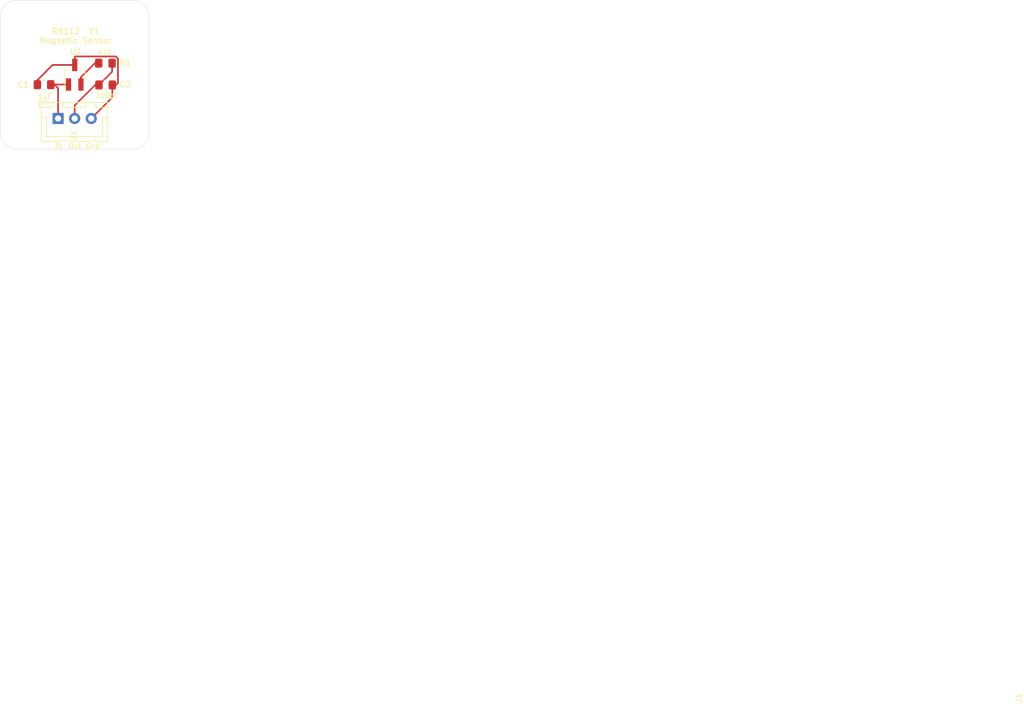
<source format=kicad_pcb>
(kicad_pcb (version 20171130) (host pcbnew "(5.1.5)-3")

  (general
    (thickness 1.6)
    (drawings 15)
    (tracks 27)
    (zones 0)
    (modules 10)
    (nets 5)
  )

  (page A4)
  (layers
    (0 F.Cu signal)
    (31 B.Cu signal)
    (32 B.Adhes user)
    (33 F.Adhes user)
    (34 B.Paste user)
    (35 F.Paste user)
    (36 B.SilkS user)
    (37 F.SilkS user)
    (38 B.Mask user)
    (39 F.Mask user)
    (40 Dwgs.User user hide)
    (41 Cmts.User user)
    (42 Eco1.User user)
    (43 Eco2.User user)
    (44 Edge.Cuts user)
    (45 Margin user)
    (46 B.CrtYd user)
    (47 F.CrtYd user)
    (48 B.Fab user)
    (49 F.Fab user hide)
  )

  (setup
    (last_trace_width 0.25)
    (trace_clearance 0.2)
    (zone_clearance 0.508)
    (zone_45_only no)
    (trace_min 0.2)
    (via_size 0.8)
    (via_drill 0.4)
    (via_min_size 0.4)
    (via_min_drill 0.3)
    (uvia_size 0.3)
    (uvia_drill 0.1)
    (uvias_allowed no)
    (uvia_min_size 0.2)
    (uvia_min_drill 0.1)
    (edge_width 0.05)
    (segment_width 0.2)
    (pcb_text_width 0.3)
    (pcb_text_size 1.5 1.5)
    (mod_edge_width 0.12)
    (mod_text_size 1 1)
    (mod_text_width 0.15)
    (pad_size 1.524 1.524)
    (pad_drill 0.762)
    (pad_to_mask_clearance 0.051)
    (solder_mask_min_width 0.25)
    (aux_axis_origin 0 0)
    (visible_elements 7FFFFFFF)
    (pcbplotparams
      (layerselection 0x010fc_ffffffff)
      (usegerberextensions false)
      (usegerberattributes false)
      (usegerberadvancedattributes false)
      (creategerberjobfile false)
      (excludeedgelayer true)
      (linewidth 0.100000)
      (plotframeref false)
      (viasonmask false)
      (mode 1)
      (useauxorigin false)
      (hpglpennumber 1)
      (hpglpenspeed 20)
      (hpglpendiameter 15.000000)
      (psnegative false)
      (psa4output false)
      (plotreference true)
      (plotvalue true)
      (plotinvisibletext false)
      (padsonsilk false)
      (subtractmaskfromsilk false)
      (outputformat 1)
      (mirror false)
      (drillshape 0)
      (scaleselection 1)
      (outputdirectory "Gerbers/"))
  )

  (net 0 "")
  (net 1 +3V3)
  (net 2 GND)
  (net 3 AnalogOutput)
  (net 4 "Net-(R1-Pad2)")

  (net_class Default "This is the default net class."
    (clearance 0.2)
    (trace_width 0.25)
    (via_dia 0.8)
    (via_drill 0.4)
    (uvia_dia 0.3)
    (uvia_drill 0.1)
    (add_net +3V3)
    (add_net AnalogOutput)
    (add_net GND)
    (add_net "Net-(R1-Pad2)")
  )

  (module "Useful Modifications:JST_XH_B3B-XH-A_1x03_P2.54mm_Vertical" (layer F.Cu) (tedit 60F4B235) (tstamp 6174DBFA)
    (at 146.0373 104.4956)
    (descr "JST XH series connector, B3B-XH-A (http://www.jst-mfg.com/product/pdf/eng/eXH.pdf), generated with kicad-footprint-generator")
    (tags "connector JST XH vertical")
    (path /617804DA)
    (fp_text reference J1 (at 2.3876 2.5527 270) (layer F.SilkS)
      (effects (font (size 0.889 0.889) (thickness 0.1397)))
    )
    (fp_text value Conn_01x03_Female (at 0 7.41) (layer F.Fab)
      (effects (font (size 1 1) (thickness 0.15)))
    )
    (fp_text user %R (at 0 2.54 90) (layer F.Fab)
      (effects (font (size 1 1) (thickness 0.15)))
    )
    (fp_line (start -2.45 -2.35) (end -2.45 3.4) (layer F.Fab) (width 0.1))
    (fp_line (start -2.45 3.4) (end 7.45 3.4) (layer F.Fab) (width 0.1))
    (fp_line (start 7.45 3.4) (end 7.45 -2.35) (layer F.Fab) (width 0.1))
    (fp_line (start 7.45 -2.35) (end -2.45 -2.35) (layer F.Fab) (width 0.1))
    (fp_line (start -2.56 -2.46) (end -2.56 3.51) (layer F.SilkS) (width 0.12))
    (fp_line (start -2.56 3.51) (end 7.56 3.51) (layer F.SilkS) (width 0.12))
    (fp_line (start 7.56 3.51) (end 7.56 -2.46) (layer F.SilkS) (width 0.12))
    (fp_line (start 7.56 -2.46) (end -2.56 -2.46) (layer F.SilkS) (width 0.12))
    (fp_line (start -2.95 -2.85) (end -2.95 3.9) (layer F.CrtYd) (width 0.05))
    (fp_line (start -2.95 3.9) (end 7.95 3.9) (layer F.CrtYd) (width 0.05))
    (fp_line (start 7.95 3.9) (end 7.95 -2.85) (layer F.CrtYd) (width 0.05))
    (fp_line (start 7.95 -2.85) (end -2.95 -2.85) (layer F.CrtYd) (width 0.05))
    (fp_line (start -0.625 -2.35) (end 0 -1.35) (layer F.Fab) (width 0.1))
    (fp_line (start 0 -1.35) (end 0.625 -2.35) (layer F.Fab) (width 0.1))
    (fp_line (start 0.75 -2.45) (end 0.75 -1.7) (layer F.SilkS) (width 0.12))
    (fp_line (start 0.75 -1.7) (end 4.25 -1.7) (layer F.SilkS) (width 0.12))
    (fp_line (start 4.25 -1.7) (end 4.25 -2.45) (layer F.SilkS) (width 0.12))
    (fp_line (start 4.25 -2.45) (end 0.75 -2.45) (layer F.SilkS) (width 0.12))
    (fp_line (start -2.55 -2.45) (end -2.55 -1.7) (layer F.SilkS) (width 0.12))
    (fp_line (start -2.55 -1.7) (end -0.75 -1.7) (layer F.SilkS) (width 0.12))
    (fp_line (start -0.75 -1.7) (end -0.75 -2.45) (layer F.SilkS) (width 0.12))
    (fp_line (start -0.75 -2.45) (end -2.55 -2.45) (layer F.SilkS) (width 0.12))
    (fp_line (start 5.75 -2.45) (end 5.75 -1.7) (layer F.SilkS) (width 0.12))
    (fp_line (start 5.75 -1.7) (end 7.55 -1.7) (layer F.SilkS) (width 0.12))
    (fp_line (start 7.55 -1.7) (end 7.55 -2.45) (layer F.SilkS) (width 0.12))
    (fp_line (start 7.55 -2.45) (end 5.75 -2.45) (layer F.SilkS) (width 0.12))
    (fp_line (start -2.55 -0.2) (end -1.8 -0.2) (layer F.SilkS) (width 0.12))
    (fp_line (start -1.8 -0.2) (end -1.8 2.75) (layer F.SilkS) (width 0.12))
    (fp_line (start -1.8 2.75) (end 2.5 2.75) (layer F.SilkS) (width 0.12))
    (fp_line (start 7.55 -0.2) (end 6.8 -0.2) (layer F.SilkS) (width 0.12))
    (fp_line (start 6.8 -0.2) (end 6.8 2.75) (layer F.SilkS) (width 0.12))
    (fp_line (start 6.8 2.75) (end 2.5 2.75) (layer F.SilkS) (width 0.12))
    (fp_line (start -1.6 -2.75) (end -2.85 -2.75) (layer F.SilkS) (width 0.12))
    (fp_line (start -2.85 -2.75) (end -2.85 -1.5) (layer F.SilkS) (width 0.12))
    (pad 3 thru_hole oval (at 5.08 0) (size 1.7 1.7) (drill 0.95) (layers *.Cu *.Mask)
      (net 2 GND))
    (pad 2 thru_hole oval (at 2.54 0) (size 1.7 1.7) (drill 0.95) (layers *.Cu *.Mask)
      (net 3 AnalogOutput))
    (pad 1 thru_hole rect (at 0 0) (size 1.7 1.7) (drill 0.95) (layers *.Cu *.Mask)
      (net 1 +3V3))
    (model ${KISYS3DMOD}/Connector_JST.3dshapes/JST_XH_B3B-XH-A_1x03_P2.50mm_Vertical.wrl
      (at (xyz 0 0 0))
      (scale (xyz 1 1 1))
      (rotate (xyz 0 0 0))
    )
  )

  (module MountingHole:MountingHole_2.5mm (layer F.Cu) (tedit 56D1B4CB) (tstamp 6174E419)
    (at 140.208 89.408)
    (descr "Mounting Hole 2.5mm, no annular")
    (tags "mounting hole 2.5mm no annular")
    (attr virtual)
    (fp_text reference REF** (at 0 -3.5) (layer F.CrtYd) hide
      (effects (font (size 1 1) (thickness 0.15)))
    )
    (fp_text value MountingHole_2.5mm (at 0 3.5) (layer F.Fab)
      (effects (font (size 1 1) (thickness 0.15)))
    )
    (fp_circle (center 0 0) (end 2.75 0) (layer F.CrtYd) (width 0.05))
    (fp_circle (center 0 0) (end 2.5 0) (layer Cmts.User) (width 0.15))
    (fp_text user %R (at 0.3 0) (layer F.Fab)
      (effects (font (size 1 1) (thickness 0.15)))
    )
    (pad 1 np_thru_hole circle (at 0 0) (size 2.5 2.5) (drill 2.5) (layers *.Cu *.Mask))
  )

  (module MountingHole:MountingHole_2.5mm (layer F.Cu) (tedit 56D1B4CB) (tstamp 6174E3FC)
    (at 140.208 106.172)
    (descr "Mounting Hole 2.5mm, no annular")
    (tags "mounting hole 2.5mm no annular")
    (attr virtual)
    (fp_text reference REF** (at 0 -3.5) (layer F.CrtYd) hide
      (effects (font (size 1 1) (thickness 0.15)))
    )
    (fp_text value MountingHole_2.5mm (at 0 3.5) (layer F.Fab)
      (effects (font (size 1 1) (thickness 0.15)))
    )
    (fp_circle (center 0 0) (end 2.75 0) (layer F.CrtYd) (width 0.05))
    (fp_circle (center 0 0) (end 2.5 0) (layer Cmts.User) (width 0.15))
    (fp_text user %R (at 0.3 0) (layer F.Fab)
      (effects (font (size 1 1) (thickness 0.15)))
    )
    (pad 1 np_thru_hole circle (at 0 0) (size 2.5 2.5) (drill 2.5) (layers *.Cu *.Mask))
  )

  (module MountingHole:MountingHole_2.5mm (layer F.Cu) (tedit 56D1B4CB) (tstamp 6174E3DF)
    (at 156.972 106.172)
    (descr "Mounting Hole 2.5mm, no annular")
    (tags "mounting hole 2.5mm no annular")
    (attr virtual)
    (fp_text reference REF** (at 0 -3.5) (layer F.CrtYd) hide
      (effects (font (size 1 1) (thickness 0.15)))
    )
    (fp_text value MountingHole_2.5mm (at 0 3.5) (layer F.Fab)
      (effects (font (size 1 1) (thickness 0.15)))
    )
    (fp_circle (center 0 0) (end 2.75 0) (layer F.CrtYd) (width 0.05))
    (fp_circle (center 0 0) (end 2.5 0) (layer Cmts.User) (width 0.15))
    (fp_text user %R (at 0.3 0) (layer F.Fab)
      (effects (font (size 1 1) (thickness 0.15)))
    )
    (pad 1 np_thru_hole circle (at 0 0) (size 2.5 2.5) (drill 2.5) (layers *.Cu *.Mask))
  )

  (module MountingHole:MountingHole_2.5mm (layer F.Cu) (tedit 56D1B4CB) (tstamp 6174E3C2)
    (at 156.972 89.408)
    (descr "Mounting Hole 2.5mm, no annular")
    (tags "mounting hole 2.5mm no annular")
    (attr virtual)
    (fp_text reference REF** (at 0 -3.5) (layer F.CrtYd) hide
      (effects (font (size 1 1) (thickness 0.15)))
    )
    (fp_text value MountingHole_2.5mm (at 0 3.5) (layer F.Fab)
      (effects (font (size 1 1) (thickness 0.15)))
    )
    (fp_circle (center 0 0) (end 2.75 0) (layer F.CrtYd) (width 0.05))
    (fp_circle (center 0 0) (end 2.5 0) (layer Cmts.User) (width 0.15))
    (fp_text user %R (at 0.3 0) (layer F.Fab)
      (effects (font (size 1 1) (thickness 0.15)))
    )
    (pad 1 np_thru_hole circle (at 0 0) (size 2.5 2.5) (drill 2.5) (layers *.Cu *.Mask))
  )

  (module "" (layer F.Cu) (tedit 0) (tstamp 0)
    (at 148.844 99.1108)
    (fp_text reference "" (at 144.3228 94.234) (layer F.SilkS)
      (effects (font (size 1.27 1.27) (thickness 0.15)))
    )
    (fp_text value "" (at 144.3228 94.234) (layer F.SilkS)
      (effects (font (size 1.27 1.27) (thickness 0.15)))
    )
    (fp_text user J1 (at 144.4879 94.2213 90) (layer F.SilkS)
      (effects (font (size 0.889 0.889) (thickness 0.1397)))
    )
  )

  (module Capacitor_SMD:C_0805_2012Metric_Pad1.15x1.40mm_HandSolder (layer F.Cu) (tedit 5B36C52B) (tstamp 6174DBD2)
    (at 143.891 99.314 180)
    (descr "Capacitor SMD 0805 (2012 Metric), square (rectangular) end terminal, IPC_7351 nominal with elongated pad for handsoldering. (Body size source: https://docs.google.com/spreadsheets/d/1BsfQQcO9C6DZCsRaXUlFlo91Tg2WpOkGARC1WS5S8t0/edit?usp=sharing), generated with kicad-footprint-generator")
    (tags "capacitor handsolder")
    (path /61781ACB)
    (attr smd)
    (fp_text reference C1 (at 3.175 0) (layer F.SilkS)
      (effects (font (size 0.889 0.889) (thickness 0.1397)))
    )
    (fp_text value 1uF (at 0 1.65) (layer F.Fab)
      (effects (font (size 1 1) (thickness 0.15)))
    )
    (fp_line (start -1 0.6) (end -1 -0.6) (layer F.Fab) (width 0.1))
    (fp_line (start -1 -0.6) (end 1 -0.6) (layer F.Fab) (width 0.1))
    (fp_line (start 1 -0.6) (end 1 0.6) (layer F.Fab) (width 0.1))
    (fp_line (start 1 0.6) (end -1 0.6) (layer F.Fab) (width 0.1))
    (fp_line (start -0.261252 -0.71) (end 0.261252 -0.71) (layer F.SilkS) (width 0.12))
    (fp_line (start -0.261252 0.71) (end 0.261252 0.71) (layer F.SilkS) (width 0.12))
    (fp_line (start -1.85 0.95) (end -1.85 -0.95) (layer F.CrtYd) (width 0.05))
    (fp_line (start -1.85 -0.95) (end 1.85 -0.95) (layer F.CrtYd) (width 0.05))
    (fp_line (start 1.85 -0.95) (end 1.85 0.95) (layer F.CrtYd) (width 0.05))
    (fp_line (start 1.85 0.95) (end -1.85 0.95) (layer F.CrtYd) (width 0.05))
    (fp_text user %R (at 0 0) (layer F.Fab)
      (effects (font (size 0.5 0.5) (thickness 0.08)))
    )
    (pad 1 smd roundrect (at -1.025 0 180) (size 1.15 1.4) (layers F.Cu F.Paste F.Mask) (roundrect_rratio 0.217391)
      (net 1 +3V3))
    (pad 2 smd roundrect (at 1.025 0 180) (size 1.15 1.4) (layers F.Cu F.Paste F.Mask) (roundrect_rratio 0.217391)
      (net 2 GND))
    (model ${KISYS3DMOD}/Capacitor_SMD.3dshapes/C_0805_2012Metric.wrl
      (at (xyz 0 0 0))
      (scale (xyz 1 1 1))
      (rotate (xyz 0 0 0))
    )
  )

  (module Capacitor_SMD:C_0805_2012Metric_Pad1.15x1.40mm_HandSolder (layer F.Cu) (tedit 5B36C52B) (tstamp 6174DBE3)
    (at 153.3271 99.3521)
    (descr "Capacitor SMD 0805 (2012 Metric), square (rectangular) end terminal, IPC_7351 nominal with elongated pad for handsoldering. (Body size source: https://docs.google.com/spreadsheets/d/1BsfQQcO9C6DZCsRaXUlFlo91Tg2WpOkGARC1WS5S8t0/edit?usp=sharing), generated with kicad-footprint-generator")
    (tags "capacitor handsolder")
    (path /617822BA)
    (attr smd)
    (fp_text reference C2 (at 3.0099 -0.0381) (layer F.SilkS)
      (effects (font (size 0.889 0.889) (thickness 0.1397)))
    )
    (fp_text value 100pF (at 0 1.65) (layer F.Fab)
      (effects (font (size 1 1) (thickness 0.15)))
    )
    (fp_text user %R (at 0 0) (layer F.Fab)
      (effects (font (size 0.5 0.5) (thickness 0.08)))
    )
    (fp_line (start 1.85 0.95) (end -1.85 0.95) (layer F.CrtYd) (width 0.05))
    (fp_line (start 1.85 -0.95) (end 1.85 0.95) (layer F.CrtYd) (width 0.05))
    (fp_line (start -1.85 -0.95) (end 1.85 -0.95) (layer F.CrtYd) (width 0.05))
    (fp_line (start -1.85 0.95) (end -1.85 -0.95) (layer F.CrtYd) (width 0.05))
    (fp_line (start -0.261252 0.71) (end 0.261252 0.71) (layer F.SilkS) (width 0.12))
    (fp_line (start -0.261252 -0.71) (end 0.261252 -0.71) (layer F.SilkS) (width 0.12))
    (fp_line (start 1 0.6) (end -1 0.6) (layer F.Fab) (width 0.1))
    (fp_line (start 1 -0.6) (end 1 0.6) (layer F.Fab) (width 0.1))
    (fp_line (start -1 -0.6) (end 1 -0.6) (layer F.Fab) (width 0.1))
    (fp_line (start -1 0.6) (end -1 -0.6) (layer F.Fab) (width 0.1))
    (pad 2 smd roundrect (at 1.025 0) (size 1.15 1.4) (layers F.Cu F.Paste F.Mask) (roundrect_rratio 0.217391)
      (net 2 GND))
    (pad 1 smd roundrect (at -1.025 0) (size 1.15 1.4) (layers F.Cu F.Paste F.Mask) (roundrect_rratio 0.217391)
      (net 3 AnalogOutput))
    (model ${KISYS3DMOD}/Capacitor_SMD.3dshapes/C_0805_2012Metric.wrl
      (at (xyz 0 0 0))
      (scale (xyz 1 1 1))
      (rotate (xyz 0 0 0))
    )
  )

  (module Resistor_SMD:R_0805_2012Metric_Pad1.15x1.40mm_HandSolder (layer F.Cu) (tedit 5B36C52B) (tstamp 6174DC0B)
    (at 153.289 96.012 180)
    (descr "Resistor SMD 0805 (2012 Metric), square (rectangular) end terminal, IPC_7351 nominal with elongated pad for handsoldering. (Body size source: https://docs.google.com/spreadsheets/d/1BsfQQcO9C6DZCsRaXUlFlo91Tg2WpOkGARC1WS5S8t0/edit?usp=sharing), generated with kicad-footprint-generator")
    (tags "resistor handsolder")
    (path /61782D4C)
    (attr smd)
    (fp_text reference R1 (at -3.048 0 180) (layer F.SilkS)
      (effects (font (size 0.889 0.889) (thickness 0.1397)))
    )
    (fp_text value 47k (at 0 1.65) (layer F.Fab)
      (effects (font (size 1 1) (thickness 0.15)))
    )
    (fp_line (start -1 0.6) (end -1 -0.6) (layer F.Fab) (width 0.1))
    (fp_line (start -1 -0.6) (end 1 -0.6) (layer F.Fab) (width 0.1))
    (fp_line (start 1 -0.6) (end 1 0.6) (layer F.Fab) (width 0.1))
    (fp_line (start 1 0.6) (end -1 0.6) (layer F.Fab) (width 0.1))
    (fp_line (start -0.261252 -0.71) (end 0.261252 -0.71) (layer F.SilkS) (width 0.12))
    (fp_line (start -0.261252 0.71) (end 0.261252 0.71) (layer F.SilkS) (width 0.12))
    (fp_line (start -1.85 0.95) (end -1.85 -0.95) (layer F.CrtYd) (width 0.05))
    (fp_line (start -1.85 -0.95) (end 1.85 -0.95) (layer F.CrtYd) (width 0.05))
    (fp_line (start 1.85 -0.95) (end 1.85 0.95) (layer F.CrtYd) (width 0.05))
    (fp_line (start 1.85 0.95) (end -1.85 0.95) (layer F.CrtYd) (width 0.05))
    (fp_text user %R (at 0 0) (layer F.Fab)
      (effects (font (size 0.5 0.5) (thickness 0.08)))
    )
    (pad 1 smd roundrect (at -1.025 0 180) (size 1.15 1.4) (layers F.Cu F.Paste F.Mask) (roundrect_rratio 0.217391)
      (net 3 AnalogOutput))
    (pad 2 smd roundrect (at 1.025 0 180) (size 1.15 1.4) (layers F.Cu F.Paste F.Mask) (roundrect_rratio 0.217391)
      (net 4 "Net-(R1-Pad2)"))
    (model ${KISYS3DMOD}/Resistor_SMD.3dshapes/R_0805_2012Metric.wrl
      (at (xyz 0 0 0))
      (scale (xyz 1 1 1))
      (rotate (xyz 0 0 0))
    )
  )

  (module Package_TO_SOT_SMD:SOT-23_Handsoldering (layer F.Cu) (tedit 5A0AB76C) (tstamp 6174DC20)
    (at 148.59 97.79 90)
    (descr "SOT-23, Handsoldering")
    (tags SOT-23)
    (path /61780D7E)
    (attr smd)
    (fp_text reference U1 (at 3.540301 0.181499 180) (layer F.SilkS)
      (effects (font (size 0.889 0.889) (thickness 0.1397)))
    )
    (fp_text value RR112 (at 0 2.5 90) (layer F.Fab)
      (effects (font (size 1 1) (thickness 0.15)))
    )
    (fp_text user %R (at 0 0) (layer F.Fab)
      (effects (font (size 0.5 0.5) (thickness 0.075)))
    )
    (fp_line (start 0.76 1.58) (end 0.76 0.65) (layer F.SilkS) (width 0.12))
    (fp_line (start 0.76 -1.58) (end 0.76 -0.65) (layer F.SilkS) (width 0.12))
    (fp_line (start -2.7 -1.75) (end 2.7 -1.75) (layer F.CrtYd) (width 0.05))
    (fp_line (start 2.7 -1.75) (end 2.7 1.75) (layer F.CrtYd) (width 0.05))
    (fp_line (start 2.7 1.75) (end -2.7 1.75) (layer F.CrtYd) (width 0.05))
    (fp_line (start -2.7 1.75) (end -2.7 -1.75) (layer F.CrtYd) (width 0.05))
    (fp_line (start 0.76 -1.58) (end -2.4 -1.58) (layer F.SilkS) (width 0.12))
    (fp_line (start -0.7 -0.95) (end -0.7 1.5) (layer F.Fab) (width 0.1))
    (fp_line (start -0.15 -1.52) (end 0.7 -1.52) (layer F.Fab) (width 0.1))
    (fp_line (start -0.7 -0.95) (end -0.15 -1.52) (layer F.Fab) (width 0.1))
    (fp_line (start 0.7 -1.52) (end 0.7 1.52) (layer F.Fab) (width 0.1))
    (fp_line (start -0.7 1.52) (end 0.7 1.52) (layer F.Fab) (width 0.1))
    (fp_line (start 0.76 1.58) (end -0.7 1.58) (layer F.SilkS) (width 0.12))
    (pad 1 smd rect (at -1.5 -0.95 90) (size 1.9 0.8) (layers F.Cu F.Paste F.Mask)
      (net 1 +3V3))
    (pad 2 smd rect (at -1.5 0.95 90) (size 1.9 0.8) (layers F.Cu F.Paste F.Mask)
      (net 4 "Net-(R1-Pad2)"))
    (pad 3 smd rect (at 1.5 0 90) (size 1.9 0.8) (layers F.Cu F.Paste F.Mask)
      (net 2 GND))
    (model ${KISYS3DMOD}/Package_TO_SOT_SMD.3dshapes/SOT-23.wrl
      (at (xyz 0 0 0))
      (scale (xyz 1 1 1))
      (rotate (xyz 0 0 0))
    )
  )

  (gr_arc (start 157.48 106.68) (end 157.48 109.22) (angle -90) (layer Edge.Cuts) (width 0.05) (tstamp 6174EAF8))
  (gr_arc (start 139.7 106.68) (end 137.16 106.68) (angle -90) (layer Edge.Cuts) (width 0.05) (tstamp 6174EAF8))
  (gr_arc (start 139.7 88.9) (end 139.7 86.36) (angle -90) (layer Edge.Cuts) (width 0.05) (tstamp 6174EAF8))
  (gr_arc (start 157.48 88.9) (end 160.02 88.9) (angle -90) (layer Edge.Cuts) (width 0.05))
  (gr_text "RR112  V1\nMagnetic Sensor" (at 148.717 91.821) (layer F.SilkS)
    (effects (font (size 0.889 0.889) (thickness 0.1397)))
  )
  (gr_line (start 137.16 106.68) (end 137.16 88.9) (layer Edge.Cuts) (width 0.05) (tstamp 6174E211))
  (gr_line (start 157.48 109.22) (end 139.7 109.22) (layer Edge.Cuts) (width 0.05))
  (gr_line (start 160.02 88.9) (end 160.02 106.68) (layer Edge.Cuts) (width 0.05))
  (gr_line (start 139.7 86.36) (end 157.48 86.36) (layer Edge.Cuts) (width 0.05))
  (gr_text Gnd (at 151.3713 108.712) (layer F.SilkS) (tstamp 6174E207)
    (effects (font (size 0.762 0.762) (thickness 0.127)))
  )
  (gr_text Out (at 148.59 108.712) (layer F.SilkS) (tstamp 6174E207)
    (effects (font (size 0.762 0.762) (thickness 0.127)))
  )
  (gr_text 3v (at 146.05 108.712) (layer F.SilkS) (tstamp 6174E204)
    (effects (font (size 0.762 0.762) (thickness 0.127)))
  )
  (gr_text 47K (at 153.162 94.361) (layer F.SilkS) (tstamp 6174DFFD)
    (effects (font (size 0.762 0.762) (thickness 0.127)))
  )
  (gr_text 100pF (at 153.543 100.965) (layer F.SilkS) (tstamp 6174DFFD)
    (effects (font (size 0.762 0.762) (thickness 0.127)))
  )
  (gr_text 1uF (at 144.018 101.092) (layer F.SilkS)
    (effects (font (size 0.762 0.762) (thickness 0.127)))
  )

  (segment (start 145.491 99.314) (end 144.916 99.314) (width 0.25) (layer F.Cu) (net 1))
  (segment (start 146.0373 99.8603) (end 145.491 99.314) (width 0.25) (layer F.Cu) (net 1))
  (segment (start 146.0373 104.4956) (end 146.0373 99.8603) (width 0.25) (layer F.Cu) (net 1))
  (segment (start 144.94 99.29) (end 144.916 99.314) (width 0.25) (layer F.Cu) (net 1))
  (segment (start 147.64 99.29) (end 144.94 99.29) (width 0.25) (layer F.Cu) (net 1))
  (segment (start 147.94 96.29) (end 148.59 96.29) (width 0.25) (layer F.Cu) (net 2))
  (segment (start 145.19 96.29) (end 147.94 96.29) (width 0.25) (layer F.Cu) (net 2))
  (segment (start 142.866 98.614) (end 145.19 96.29) (width 0.25) (layer F.Cu) (net 2))
  (segment (start 142.866 99.314) (end 142.866 98.614) (width 0.25) (layer F.Cu) (net 2))
  (segment (start 154.3521 101.2608) (end 154.3521 99.3521) (width 0.25) (layer F.Cu) (net 2))
  (segment (start 151.1173 104.4956) (end 154.3521 101.2608) (width 0.25) (layer F.Cu) (net 2))
  (segment (start 148.59 95.09) (end 148.59 96.29) (width 0.25) (layer F.Cu) (net 2))
  (segment (start 148.69301 94.98699) (end 148.59 95.09) (width 0.25) (layer F.Cu) (net 2))
  (segment (start 154.87718 94.98699) (end 148.69301 94.98699) (width 0.25) (layer F.Cu) (net 2))
  (segment (start 155.21401 99.06519) (end 155.21401 95.32382) (width 0.25) (layer F.Cu) (net 2))
  (segment (start 155.21401 95.32382) (end 154.87718 94.98699) (width 0.25) (layer F.Cu) (net 2))
  (segment (start 154.9271 99.3521) (end 155.21401 99.06519) (width 0.25) (layer F.Cu) (net 2))
  (segment (start 154.3521 99.3521) (end 154.9271 99.3521) (width 0.25) (layer F.Cu) (net 2))
  (segment (start 154.314 97.3402) (end 152.3021 99.3521) (width 0.25) (layer F.Cu) (net 3))
  (segment (start 154.314 96.012) (end 154.314 97.3402) (width 0.25) (layer F.Cu) (net 3))
  (segment (start 148.5773 102.5019) (end 148.5773 103.293519) (width 0.25) (layer F.Cu) (net 3))
  (segment (start 151.7271 99.3521) (end 148.5773 102.5019) (width 0.25) (layer F.Cu) (net 3))
  (segment (start 148.5773 103.293519) (end 148.5773 104.4956) (width 0.25) (layer F.Cu) (net 3))
  (segment (start 152.3021 99.3521) (end 151.7271 99.3521) (width 0.25) (layer F.Cu) (net 3))
  (segment (start 149.54 98.161) (end 149.54 99.29) (width 0.25) (layer F.Cu) (net 4))
  (segment (start 151.689 96.012) (end 149.54 98.161) (width 0.25) (layer F.Cu) (net 4))
  (segment (start 152.264 96.012) (end 151.689 96.012) (width 0.25) (layer F.Cu) (net 4))

)

</source>
